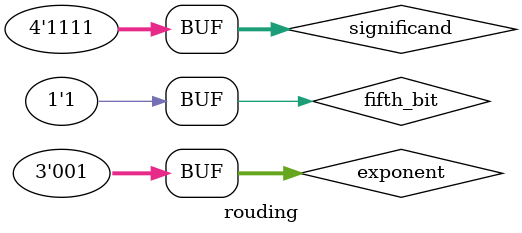
<source format=v>
`timescale 1ns / 1ps


module rouding;

	// Inputs
	reg [2:0] exponent;
	reg [3:0] significand;
	reg fifth_bit;

	// Outputs
	wire [3:0] S;
	wire [2:0] E;

	// Instantiate the Unit Under Test (UUT)
	rounding uut (
		.exponent(exponent), 
		.significand(significand), 
		.fifth_bit(fifth_bit), 
		.S(S), 
		.E(E), 
	);

	initial begin
		// Initialize Inputs
		exponent = 0;
		significand = 0;
		fifth_bit = 0;

		// Wait 100 ns for global reset to finish
		#100;
        
		// Add stimulus here
		fifth_bit = 0;
		exponent = 3'b001;
		significand = 4'b1011;
		
		#50;
		fifth_bit = 1;
		exponent = 3'b001;
		significand = 4'b1011;
		
		#50;
		fifth_bit = 1;
		exponent = 3'b111;
		significand = 4'b1111;
		
		#50;
		fifth_bit = 1;
		exponent = 3'b001;
		significand = 4'b1111;
		
		
	end
      
endmodule


</source>
